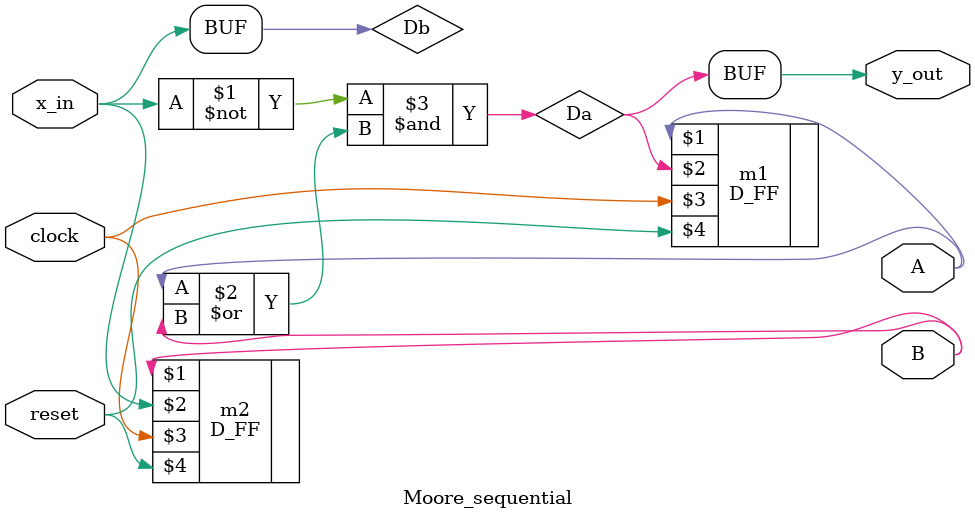
<source format=v>
`timescale 1ns / 1ps

module Moore_sequential(output y_out, A, B, input x_in, clock, reset);
wire Da, Db;
assign Da = ~x_in & (A | B);        
assign Db = x_in;
assign y_out = Da; 
        D_FF  m1 (A, Da, clock, reset);
        D_FF  m2 (B, Db, clock, reset);   
endmodule

</source>
